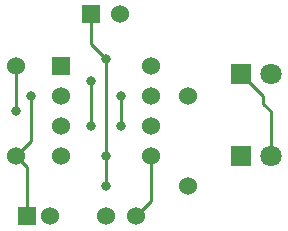
<source format=gbr>
%TF.GenerationSoftware,KiCad,Pcbnew,(6.0.7)*%
%TF.CreationDate,2022-09-05T15:15:59+09:00*%
%TF.ProjectId,IC555Demo,49433535-3544-4656-9d6f-2e6b69636164,rev?*%
%TF.SameCoordinates,Original*%
%TF.FileFunction,Copper,L2,Bot*%
%TF.FilePolarity,Positive*%
%FSLAX46Y46*%
G04 Gerber Fmt 4.6, Leading zero omitted, Abs format (unit mm)*
G04 Created by KiCad (PCBNEW (6.0.7)) date 2022-09-05 15:15:59*
%MOMM*%
%LPD*%
G01*
G04 APERTURE LIST*
%TA.AperFunction,ComponentPad*%
%ADD10R,1.524000X1.524000*%
%TD*%
%TA.AperFunction,ComponentPad*%
%ADD11C,1.524000*%
%TD*%
%TA.AperFunction,ComponentPad*%
%ADD12R,1.800000X1.800000*%
%TD*%
%TA.AperFunction,ComponentPad*%
%ADD13C,1.800000*%
%TD*%
%TA.AperFunction,ViaPad*%
%ADD14C,0.800000*%
%TD*%
%TA.AperFunction,Conductor*%
%ADD15C,0.250000*%
%TD*%
G04 APERTURE END LIST*
D10*
%TO.P,U1,1,GND*%
%TO.N,GND*%
X151130000Y-66675000D03*
D11*
%TO.P,U1,2,TRIGGER*%
%TO.N,Net-(C2-Pad1)*%
X151130000Y-69215000D03*
%TO.P,U1,3,OUTPUT*%
%TO.N,Net-(D1-Pad2)*%
X151130000Y-71755000D03*
%TO.P,U1,4,RESET*%
%TO.N,+5V*%
X151130000Y-74295000D03*
%TO.P,U1,5,CONTROL_VOLTAGE*%
%TO.N,Net-(C1-Pad1)*%
X158750000Y-74295000D03*
%TO.P,U1,6,THRESHOLD*%
%TO.N,Net-(C2-Pad1)*%
X158750000Y-71755000D03*
%TO.P,U1,7,DISCHARGE*%
%TO.N,Net-(R1-Pad2)*%
X158750000Y-69215000D03*
%TO.P,U1,8,VCC*%
%TO.N,+5V*%
X158750000Y-66675000D03*
%TD*%
%TO.P,R2,1*%
%TO.N,Net-(R1-Pad2)*%
X147320000Y-66675000D03*
%TO.P,R2,2*%
%TO.N,Net-(C2-Pad1)*%
X147320000Y-74295000D03*
%TD*%
D10*
%TO.P,C2,1*%
%TO.N,Net-(C2-Pad1)*%
X148225000Y-79375000D03*
D11*
%TO.P,C2,2*%
%TO.N,GND*%
X150225000Y-79375000D03*
%TD*%
D12*
%TO.P,D1,1*%
%TO.N,GND*%
X166365000Y-74295000D03*
D13*
%TO.P,D1,2*%
%TO.N,Net-(D1-Pad2)*%
X168905000Y-74295000D03*
%TD*%
D11*
%TO.P,R1,1*%
%TO.N,+5V*%
X161925000Y-76835000D03*
%TO.P,R1,2*%
%TO.N,Net-(R1-Pad2)*%
X161925000Y-69215000D03*
%TD*%
%TO.P,C1,1*%
%TO.N,Net-(C1-Pad1)*%
X157480000Y-79375000D03*
%TO.P,C1,2*%
%TO.N,GND*%
X154940000Y-79375000D03*
%TD*%
D12*
%TO.P,D2,1*%
%TO.N,Net-(D1-Pad2)*%
X166370000Y-67310000D03*
D13*
%TO.P,D2,2*%
%TO.N,+5V*%
X168910000Y-67310000D03*
%TD*%
D10*
%TO.P,J1,1*%
%TO.N,+5V*%
X153670000Y-62230000D03*
D11*
%TO.P,J1,2*%
%TO.N,GND*%
X156170000Y-62230000D03*
%TD*%
D14*
%TO.N,Net-(C2-Pad1)*%
X156210000Y-69215000D03*
X156210000Y-71755000D03*
X148590000Y-69215000D03*
%TO.N,Net-(D1-Pad2)*%
X153670000Y-67945000D03*
X153670000Y-71755000D03*
%TO.N,+5V*%
X154940000Y-76835000D03*
X154940000Y-66040000D03*
X154940000Y-74295000D03*
%TO.N,Net-(R1-Pad2)*%
X147320000Y-70485000D03*
%TD*%
D15*
%TO.N,Net-(C1-Pad1)*%
X158750000Y-78105000D02*
X157480000Y-79375000D01*
X158750000Y-74295000D02*
X158750000Y-78105000D01*
%TO.N,Net-(C2-Pad1)*%
X147320000Y-74295000D02*
X148590000Y-73025000D01*
X148225000Y-75200000D02*
X147320000Y-74295000D01*
X148590000Y-73025000D02*
X148590000Y-69215000D01*
X148225000Y-79375000D02*
X148225000Y-75200000D01*
X156210000Y-69215000D02*
X156210000Y-71755000D01*
%TO.N,Net-(D1-Pad2)*%
X166370000Y-67310000D02*
X168275000Y-69215000D01*
X168275000Y-69850000D02*
X168905000Y-70480000D01*
X153670000Y-67945000D02*
X153670000Y-71755000D01*
X168905000Y-70480000D02*
X168905000Y-74295000D01*
X168275000Y-69215000D02*
X168275000Y-69850000D01*
%TO.N,+5V*%
X153670000Y-64770000D02*
X154940000Y-66040000D01*
X153670000Y-62230000D02*
X153670000Y-64770000D01*
X154940000Y-76835000D02*
X154940000Y-74295000D01*
X154940000Y-74295000D02*
X154940000Y-66040000D01*
%TO.N,Net-(R1-Pad2)*%
X147320000Y-70485000D02*
X147320000Y-66675000D01*
%TD*%
M02*

</source>
